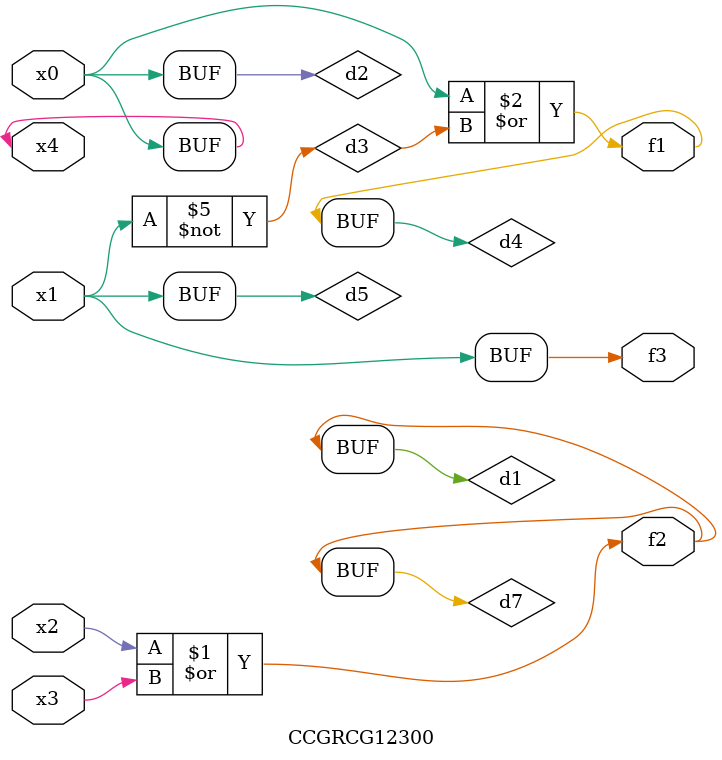
<source format=v>
module CCGRCG12300(
	input x0, x1, x2, x3, x4,
	output f1, f2, f3
);

	wire d1, d2, d3, d4, d5, d6, d7;

	or (d1, x2, x3);
	buf (d2, x0, x4);
	not (d3, x1);
	or (d4, d2, d3);
	not (d5, d3);
	nand (d6, d1, d3);
	or (d7, d1);
	assign f1 = d4;
	assign f2 = d7;
	assign f3 = d5;
endmodule

</source>
